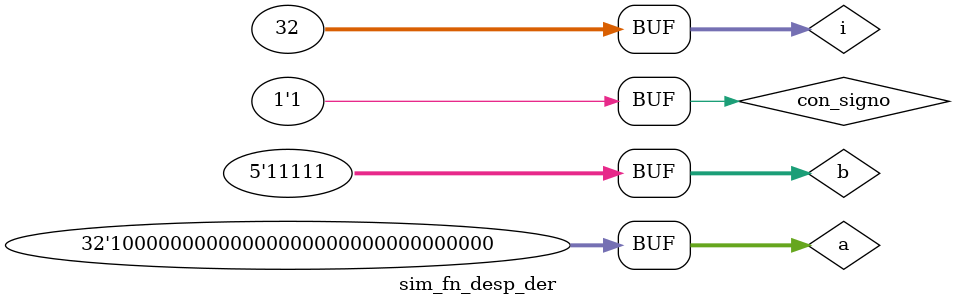
<source format=v>
`include "fn_desp_der.v"
module sim_fn_desp_der ;
    integer i;
    reg [31:0] a;
    reg [4:0] b;
    reg con_signo;
    wire [31:0] Y;
    
    fn_desp_der dut (
        .Y (Y),
        .a (a),
        .b (b),
        .con_signo(con_signo)
    );

    initial begin
        $dumpfile("fn_desp_der.vcd");
        $dumpvars(0);
        a = 32'h80000000;
        con_signo = 0;
        for (i=0;i<32;i = i + 1) begin
        b = i;
            #10;
        end
        con_signo = 1;
        for (i=0;i<32;i = i + 1) begin
        b = i;
            #10;
        end
    end
endmodule

</source>
